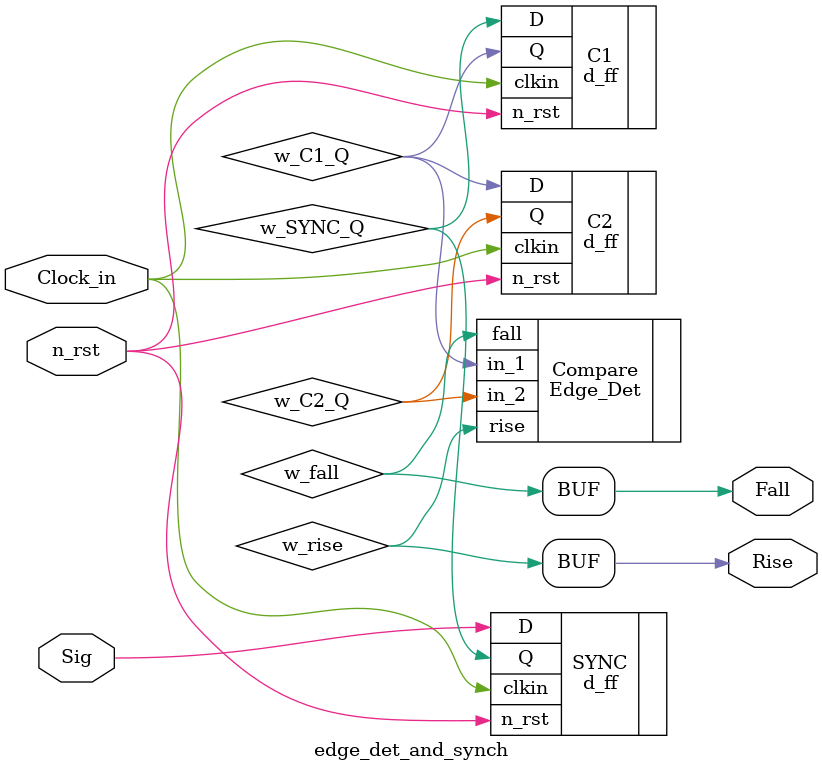
<source format=v>
`timescale 1ns / 1ps


module edge_det_and_synch(Rise,Fall,Clock_in,n_rst,Sig);

    /*--------- Declare I/O --------------------------*/
    output reg Rise;		// Output signal indicating a rising edge
    output reg Fall;		// Output signal indicating a falling edge
    input Clock_in;			// Clock input signal
    input n_rst;			// Reset input signal
    input Sig;				// Signal input

    /*--------- Declare internal wires and registers --------------------------*/
    wire w_SYNC_Q;        // Synchronized signal output
    wire w_C1_Q;          // Output from the first flip-flop in the synchronization chain
    wire w_C2_Q;          // Output from the second flip-flop in the synchronization chain
    wire w_rise;        // Internal wire indicating a rising edge
    wire w_fall;        // Internal wire indicating a falling edge

    /*--------- Instantiate modules --------------------------*/
    d_ff SYNC (.Q(w_SYNC_Q), .D(Sig), .clkin(Clock_in), .n_rst(n_rst)); 							// Synchronization flip-flop
    d_ff C1 (.Q(w_C1_Q), .D(w_SYNC_Q), .clkin(Clock_in), .n_rst(n_rst)); 							// First flip-flop in the chain
    d_ff C2 (.Q(w_C2_Q), .D(w_C1_Q), .clkin(Clock_in), .n_rst(n_rst)); 							// Second flip-flop in the chain
    Edge_Det Compare (.rise(w_rise), .fall(w_fall), .in_1(w_C1_Q), .in_2(w_C2_Q)); 							// Edge detection module

    /*--------- Logic to update outputs and display values --------------------------*/
    always @ (*)
    begin
       Rise = w_rise;    			// Update the rise output
       Fall = w_fall;    			// Update the fall output
    end

endmodule

</source>
